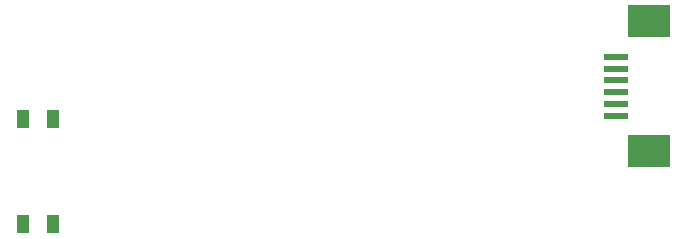
<source format=gbp>
G04 #@! TF.GenerationSoftware,KiCad,Pcbnew,(5.0.2)-1*
G04 #@! TF.CreationDate,2019-04-27T00:21:17-04:00*
G04 #@! TF.ProjectId,Dash_Warning_Panel,44617368-5f57-4617-926e-696e675f5061,rev?*
G04 #@! TF.SameCoordinates,Original*
G04 #@! TF.FileFunction,Paste,Bot*
G04 #@! TF.FilePolarity,Positive*
%FSLAX46Y46*%
G04 Gerber Fmt 4.6, Leading zero omitted, Abs format (unit mm)*
G04 Created by KiCad (PCBNEW (5.0.2)-1) date 4/27/2019 12:21:17 AM*
%MOMM*%
%LPD*%
G01*
G04 APERTURE LIST*
%ADD10R,1.100000X1.500000*%
%ADD11R,2.000000X0.610000*%
%ADD12R,3.600000X2.680000*%
G04 APERTURE END LIST*
D10*
G04 #@! TO.C,SW1*
X173950000Y-124800000D03*
X171410000Y-124800000D03*
X173950000Y-133700000D03*
X171410000Y-133700000D03*
G04 #@! TD*
D11*
G04 #@! TO.C,J1*
X221600000Y-119500000D03*
X221600000Y-120500000D03*
X221600000Y-121500000D03*
X221600000Y-122500000D03*
X221600000Y-123500000D03*
X221600000Y-124500000D03*
D12*
X224400000Y-116510000D03*
X224400000Y-127490000D03*
G04 #@! TD*
M02*

</source>
